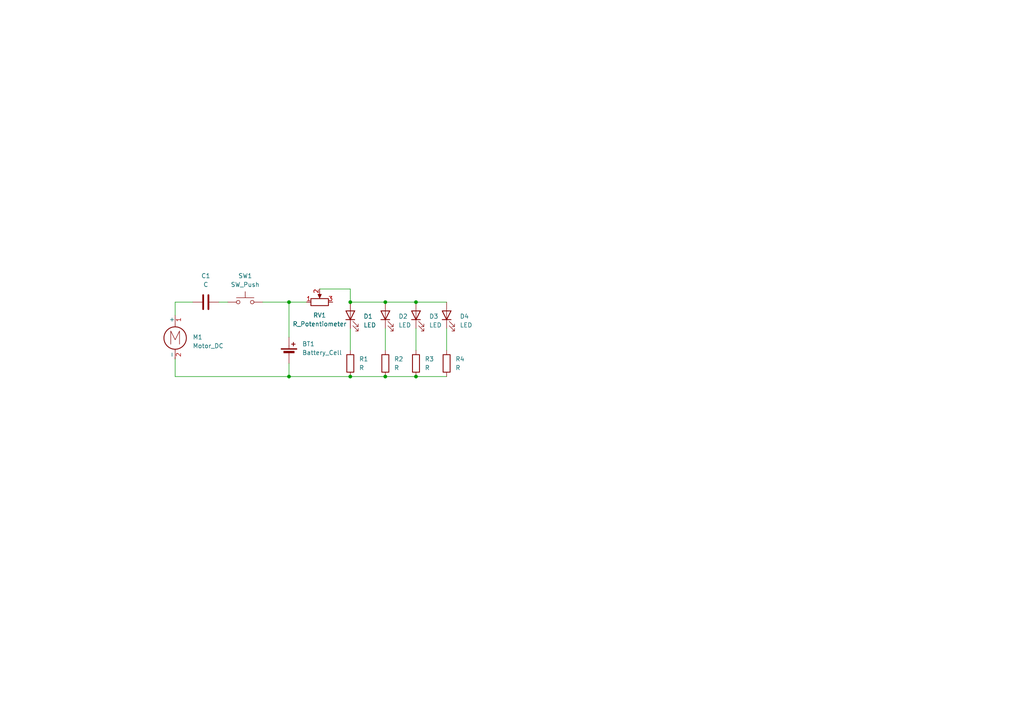
<source format=kicad_sch>
(kicad_sch (version 20250114) (generator "eeschema") (generator_version "9.0")
  (paper "A4")
  (lib_symbols
    (symbol "Device:Battery_Cell" (pin_numbers (hide yes)) (pin_names (offset 0) (hide yes))
      (property "Reference" "BT" (at 2.54 2.54 0))
      (property "Value" "Battery_Cell" (at 2.54 0 0))
      (symbol "Battery_Cell_0_1"
        (rectangle (start -2.286 1.778) (end 2.286 1.524) (fill (type outline)))
        (rectangle (start -1.524 1.016) (end 1.524 0.508) (fill (type outline)))
        (polyline (pts (xy 0 1.778) (xy 0 2.54)))
        (polyline (pts (xy 0 0.762) (xy 0 0)))
        (polyline (pts (xy 0.762 3.048) (xy 1.778 3.048)) (stroke (width 0.254)))
        (polyline (pts (xy 1.27 3.556) (xy 1.27 2.54)) (stroke (width 0.254)))
      )
      (symbol "Battery_Cell_1_1"
        (pin passive line (at 0 5.08 270) (length 2.54) (name "+") (number "1"))
        (pin passive line (at 0 -2.54 90) (length 2.54) (name "-") (number "2"))
      )
    )
    (symbol "Device:C" (pin_numbers (hide yes)) (pin_names (offset 0.254))
      (property "Reference" "C" (at 0.635 2.54 0))
      (property "Value" "C" (at 0.635 -2.54 0))
      (symbol "C_0_1"
        (polyline (pts (xy -2.032 0.762) (xy 2.032 0.762)) (stroke (width 0.508)))
        (polyline (pts (xy -2.032 -0.762) (xy 2.032 -0.762)) (stroke (width 0.508)))
      )
      (symbol "C_1_1"
        (pin passive line (at 0 3.81 270) (length 2.794) (name "~") (number "1"))
        (pin passive line (at 0 -3.81 90) (length 2.794) (name "~") (number "2"))
      )
    )
    (symbol "Device:LED" (pin_numbers (hide yes)) (pin_names (offset 1.016) (hide yes))
      (property "Reference" "D" (at 0 2.54 0))
      (property "Value" "LED" (at 0 -2.54 0))
      (symbol "LED_0_1"
        (polyline (pts (xy -3.048 -0.762) (xy -4.572 -2.286) (xy -3.81 -2.286) (xy -4.572 -2.286) (xy -4.572 -1.524)))
        (polyline (pts (xy -1.778 -0.762) (xy -3.302 -2.286) (xy -2.54 -2.286) (xy -3.302 -2.286) (xy -3.302 -1.524)))
        (polyline (pts (xy -1.27 0) (xy 1.27 0)))
        (polyline (pts (xy -1.27 -1.27) (xy -1.27 1.27)) (stroke (width 0.254)))
        (polyline (pts (xy 1.27 -1.27) (xy 1.27 1.27) (xy -1.27 0) (xy 1.27 -1.27)) (stroke (width 0.254)))
      )
      (symbol "LED_1_1"
        (pin passive line (at -3.81 0 0) (length 2.54) (name "K") (number "1"))
        (pin passive line (at 3.81 0 180) (length 2.54) (name "A") (number "2"))
      )
    )
    (symbol "Device:R" (pin_numbers (hide yes)) (pin_names (offset 0))
      (property "Reference" "R" (at 2.032 0 90))
      (property "Value" "R" (at 0 0 90))
      (symbol "R_0_1"
        (rectangle (start -1.016 -2.54) (end 1.016 2.54) (stroke (width 0.254)))
      )
      (symbol "R_1_1"
        (pin passive line (at 0 3.81 270) (length 1.27) (name "~") (number "1"))
        (pin passive line (at 0 -3.81 90) (length 1.27) (name "~") (number "2"))
      )
    )
    (symbol "Device:R_Potentiometer" (pin_names (offset 1.016) (hide yes))
      (property "Reference" "RV" (at -4.445 0 90))
      (property "Value" "R_Potentiometer" (at -2.54 0 90))
      (symbol "R_Potentiometer_0_1"
        (rectangle (start 1.016 2.54) (end -1.016 -2.54) (stroke (width 0.254)))
        (polyline (pts (xy 1.143 0) (xy 2.286 0.508) (xy 2.286 -0.508) (xy 1.143 0)) (fill (type outline)))
        (polyline (pts (xy 2.54 0) (xy 1.524 0)))
      )
      (symbol "R_Potentiometer_1_1"
        (pin passive line (at 0 3.81 270) (length 1.27) (name "1") (number "1"))
        (pin passive line (at 0 -3.81 90) (length 1.27) (name "3") (number "3"))
        (pin passive line (at 3.81 0 180) (length 1.27) (name "2") (number "2"))
      )
    )
    (symbol "Motor:Motor_DC" (pin_names (offset 0))
      (property "Reference" "M" (at 2.54 2.54 0))
      (property "Value" "Motor_DC" (at 2.54 -5.08 0))
      (symbol "Motor_DC_0_0"
        (polyline (pts (xy -1.27 -3.302) (xy -1.27 0.508) (xy 0 -2.032) (xy 1.27 0.508) (xy 1.27 -3.302)))
      )
      (symbol "Motor_DC_0_1"
        (polyline (pts (xy 0 2.032) (xy 0 2.54)))
        (polyline (pts (xy 0 1.7272) (xy 0 2.0828)))
        (circle (center 0 -1.524) (radius 3.2512) (stroke (width 0.254)))
        (polyline (pts (xy 0 -4.7752) (xy 0 -5.1816)))
        (polyline (pts (xy 0 -7.62) (xy 0 -7.112)))
      )
      (symbol "Motor_DC_1_1"
        (pin passive line (at 0 5.08 270) (length 2.54) (name "+") (number "1"))
        (pin passive line (at 0 -7.62 90) (length 2.54) (name "-") (number "2"))
      )
    )
    (symbol "Switch:SW_Push" (pin_numbers (hide yes)) (pin_names (offset 1.016) (hide yes))
      (property "Reference" "SW" (at 1.27 2.54 0))
      (property "Value" "SW_Push" (at 0 -1.524 0))
      (symbol "SW_Push_0_1"
        (circle (center -2.032 0) (radius 0.508))
        (polyline (pts (xy 0 1.27) (xy 0 3.048)))
        (circle (center 2.032 0) (radius 0.508))
        (polyline (pts (xy 2.54 1.27) (xy -2.54 1.27)))
        (pin passive line (at -5.08 0 0) (length 2.54) (name "1") (number "1"))
        (pin passive line (at 5.08 0 180) (length 2.54) (name "2") (number "2"))
      )
    )
  )
  (junction (at 120.65 87.63))
  (junction (at 101.6 109.22))
  (junction (at 120.65 109.22))
  (junction (at 111.76 87.63))
  (junction (at 101.6 87.63))
  (junction (at 83.82 109.22))
  (junction (at 83.82 87.63))
  (junction (at 111.76 109.22))
  (wire (pts (xy 101.6 83.82) (xy 101.6 87.63)))
  (wire (pts (xy 101.6 95.25) (xy 101.6 101.6)))
  (wire (pts (xy 129.54 95.25) (xy 129.54 101.6)))
  (wire (pts (xy 83.82 87.63) (xy 88.9 87.63)))
  (wire (pts (xy 101.6 109.22) (xy 111.76 109.22)))
  (wire (pts (xy 120.65 87.63) (xy 129.54 87.63)))
  (wire (pts (xy 50.8 87.63) (xy 50.8 91.44)))
  (wire (pts (xy 92.71 83.82) (xy 101.6 83.82)))
  (wire (pts (xy 101.6 109.22) (xy 83.82 109.22)))
  (wire (pts (xy 111.76 95.25) (xy 111.76 101.6)))
  (wire (pts (xy 83.82 97.79) (xy 83.82 87.63)))
  (wire (pts (xy 50.8 104.14) (xy 50.8 109.22)))
  (wire (pts (xy 101.6 87.63) (xy 111.76 87.63)))
  (wire (pts (xy 63.5 87.63) (xy 66.04 87.63)))
  (wire (pts (xy 55.88 87.63) (xy 50.8 87.63)))
  (wire (pts (xy 76.2 87.63) (xy 83.82 87.63)))
  (wire (pts (xy 120.65 95.25) (xy 120.65 101.6)))
  (wire (pts (xy 120.65 109.22) (xy 129.54 109.22)))
  (wire (pts (xy 111.76 87.63) (xy 120.65 87.63)))
  (wire (pts (xy 111.76 109.22) (xy 120.65 109.22)))
  (wire (pts (xy 50.8 109.22) (xy 83.82 109.22)))
  (wire (pts (xy 83.82 109.22) (xy 83.82 105.41)))
  (symbol (lib_id "Device:C") (at 59.69 87.63 90) (unit 1)
    (property "Reference" "C1" (at 59.69 80.01 90))
    (property "Value" "C" (at 59.69 82.55 90))
    (property "Footprint" "Capacitor_THT:CP_Radial_D8.0mm_P5.00mm" (effects (hide yes)))
    (property "Description" "Unpolarized capacitor" (effects (hide yes)))
  )
  (symbol (lib_id "Device:R") (at 101.6 105.41 0) (unit 1)
    (property "Reference" "R1" (at 104.14 104.1399 0) (effects (justify left)))
    (property "Value" "R" (at 104.14 106.6799 0) (effects (justify left)))
    (property "Footprint" "Resistor_THT:R_Axial_DIN0207_L6.3mm_D2.5mm_P7.62mm_Horizontal" (effects (hide yes)))
    (property "Description" "Resistor" (effects (hide yes)))
  )
  (symbol (lib_id "Device:Battery_Cell") (at 83.82 102.87 0) (unit 1)
    (property "Reference" "BT1" (at 87.63 99.7584 0) (effects (justify left)))
    (property "Value" "Battery_Cell" (at 87.63 102.2984 0) (effects (justify left)))
    (property "Footprint" "Battery:BatteryHolder_Keystone_3034_1x20mm" (effects (hide yes)))
    (property "Description" "Single-cell battery" (effects (hide yes)))
  )
  (symbol (lib_id "Device:R") (at 120.65 105.41 0) (unit 1)
    (property "Reference" "R3" (at 123.19 104.1399 0) (effects (justify left)))
    (property "Value" "R" (at 123.19 106.6799 0) (effects (justify left)))
    (property "Footprint" "Resistor_THT:R_Axial_DIN0207_L6.3mm_D2.5mm_P7.62mm_Horizontal" (effects (hide yes)))
    (property "Description" "Resistor" (effects (hide yes)))
  )
  (symbol (lib_id "Switch:SW_Push") (at 71.12 87.63 0) (unit 1)
    (property "Reference" "SW1" (at 71.12 80.01 0))
    (property "Value" "SW_Push" (at 71.12 82.55 0))
    (property "Footprint" "Button_Switch_THT:SW_PUSH_6mm" (effects (hide yes)))
    (property "Description" "Push button switch, generic, two pins" (effects (hide yes)))
  )
  (symbol (lib_id "Device:LED") (at 129.54 91.44 90) (unit 1)
    (property "Reference" "D4" (at 133.35 91.7574 90) (effects (justify right)))
    (property "Value" "LED" (at 133.35 94.2974 90) (effects (justify right)))
    (property "Footprint" "LED_THT:LED_D5.0mm" (effects (hide yes)))
    (property "Description" "Light emitting diode" (effects (hide yes)))
    (property "Sim.Pins" "1=K 2=A" (effects (hide yes)))
  )
  (symbol (lib_id "Device:R") (at 111.76 105.41 0) (unit 1)
    (property "Reference" "R2" (at 114.3 104.1399 0) (effects (justify left)))
    (property "Value" "R" (at 114.3 106.6799 0) (effects (justify left)))
    (property "Footprint" "Resistor_THT:R_Axial_DIN0207_L6.3mm_D2.5mm_P7.62mm_Horizontal" (effects (hide yes)))
    (property "Description" "Resistor" (effects (hide yes)))
  )
  (symbol (lib_id "Device:R") (at 129.54 105.41 0) (unit 1)
    (property "Reference" "R4" (at 132.08 104.1399 0) (effects (justify left)))
    (property "Value" "R" (at 132.08 106.6799 0) (effects (justify left)))
    (property "Footprint" "Resistor_THT:R_Axial_DIN0207_L6.3mm_D2.5mm_P7.62mm_Horizontal" (effects (hide yes)))
    (property "Description" "Resistor" (effects (hide yes)))
  )
  (symbol (lib_id "Device:LED") (at 120.65 91.44 90) (unit 1)
    (property "Reference" "D3" (at 124.46 91.7574 90) (effects (justify right)))
    (property "Value" "LED" (at 124.46 94.2974 90) (effects (justify right)))
    (property "Footprint" "LED_THT:LED_D5.0mm" (effects (hide yes)))
    (property "Description" "Light emitting diode" (effects (hide yes)))
    (property "Sim.Pins" "1=K 2=A" (effects (hide yes)))
  )
  (symbol (lib_id "Device:R_Potentiometer") (at 92.71 87.63 90) (unit 1)
    (property "Reference" "RV1" (at 92.71 91.44 90))
    (property "Value" "R_Potentiometer" (at 92.71 93.98 90))
    (property "Footprint" "Potentiometer_THT:Potentiometer_Vishay_T73YP_Vertical" (effects (hide yes)))
    (property "Description" "Potentiometer" (effects (hide yes)))
  )
  (symbol (lib_id "Device:LED") (at 111.76 91.44 90) (unit 1)
    (property "Reference" "D2" (at 115.57 91.7574 90) (effects (justify right)))
    (property "Value" "LED" (at 115.57 94.2974 90) (effects (justify right)))
    (property "Footprint" "LED_THT:LED_D5.0mm" (effects (hide yes)))
    (property "Description" "Light emitting diode" (effects (hide yes)))
    (property "Sim.Pins" "1=K 2=A" (effects (hide yes)))
  )
  (symbol (lib_id "Motor:Motor_DC") (at 50.8 96.52 0) (unit 1)
    (property "Reference" "M1" (at 55.88 97.7899 0) (effects (justify left)))
    (property "Value" "Motor_DC" (at 55.88 100.3299 0) (effects (justify left)))
    (property "Footprint" "Connector_PinHeader_2.54mm:PinHeader_1x02_P2.54mm_Vertical" (effects (hide yes)))
    (property "Description" "DC Motor" (effects (hide yes)))
  )
  (symbol (lib_id "Device:LED") (at 101.6 91.44 90) (unit 1)
    (property "Reference" "D1" (at 105.41 91.7574 90) (effects (justify right)))
    (property "Value" "LED" (at 105.41 94.2974 90) (effects (justify right)))
    (property "Footprint" "LED_THT:LED_D5.0mm" (effects (hide yes)))
    (property "Description" "Light emitting diode" (effects (hide yes)))
    (property "Sim.Pins" "1=K 2=A" (effects (hide yes)))
  )
)
</source>
